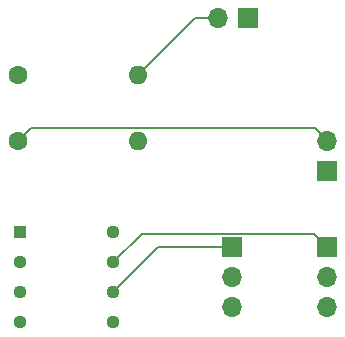
<source format=gbr>
%TF.GenerationSoftware,KiCad,Pcbnew,8.0.8*%
%TF.CreationDate,2025-02-27T22:52:23-05:00*%
%TF.ProjectId,CurrentDriverBoard,43757272-656e-4744-9472-69766572426f,rev?*%
%TF.SameCoordinates,Original*%
%TF.FileFunction,Copper,L1,Top*%
%TF.FilePolarity,Positive*%
%FSLAX46Y46*%
G04 Gerber Fmt 4.6, Leading zero omitted, Abs format (unit mm)*
G04 Created by KiCad (PCBNEW 8.0.8) date 2025-02-27 22:52:23*
%MOMM*%
%LPD*%
G01*
G04 APERTURE LIST*
%TA.AperFunction,ComponentPad*%
%ADD10R,1.700000X1.700000*%
%TD*%
%TA.AperFunction,ComponentPad*%
%ADD11O,1.700000X1.700000*%
%TD*%
%TA.AperFunction,ComponentPad*%
%ADD12C,1.600000*%
%TD*%
%TA.AperFunction,ComponentPad*%
%ADD13O,1.600000X1.600000*%
%TD*%
%TA.AperFunction,ComponentPad*%
%ADD14R,1.130000X1.130000*%
%TD*%
%TA.AperFunction,ComponentPad*%
%ADD15C,1.130000*%
%TD*%
%TA.AperFunction,Conductor*%
%ADD16C,0.200000*%
%TD*%
G04 APERTURE END LIST*
D10*
%TO.P,J1,1,Pin_1*%
%TO.N,Net-(J1-Pin_1)*%
X156000000Y-84960000D03*
D11*
%TO.P,J1,2,Pin_2*%
%TO.N,Earth*%
X156000000Y-87500000D03*
%TO.P,J1,3,Pin_3*%
%TO.N,Net-(J1-Pin_3)*%
X156000000Y-90040000D03*
%TD*%
D12*
%TO.P,R1,1*%
%TO.N,Net-(J2-Pin_1)*%
X137871200Y-70383400D03*
D13*
%TO.P,R1,2*%
%TO.N,Net-(J3-Pin_2)*%
X148031200Y-70383400D03*
%TD*%
D12*
%TO.P,R2,1*%
%TO.N,Net-(J4-Pin_2)*%
X137920000Y-76000000D03*
D13*
%TO.P,R2,2*%
%TO.N,Earth*%
X148080000Y-76000000D03*
%TD*%
D10*
%TO.P,J4,1,Pin_1*%
%TO.N,Net-(J1-Pin_3)*%
X164084000Y-78465600D03*
D11*
%TO.P,J4,2,Pin_2*%
%TO.N,Net-(J4-Pin_2)*%
X164084000Y-75925600D03*
%TD*%
D10*
%TO.P,J2,1,Pin_1*%
%TO.N,Net-(J2-Pin_1)*%
X164058600Y-84937600D03*
D11*
%TO.P,J2,2,Pin_2*%
%TO.N,unconnected-(J2-Pin_2-Pad2)*%
X164058600Y-87477600D03*
%TO.P,J2,3,Pin_3*%
%TO.N,Earth*%
X164058600Y-90017600D03*
%TD*%
D10*
%TO.P,J3,1,Pin_1*%
%TO.N,Earth*%
X157383400Y-65506600D03*
D11*
%TO.P,J3,2,Pin_2*%
%TO.N,Net-(J3-Pin_2)*%
X154843400Y-65506600D03*
%TD*%
D14*
%TO.P,U1,1,NULL*%
%TO.N,unconnected-(U1-NULL-Pad1)*%
X138030000Y-83690000D03*
D15*
%TO.P,U1,2,-*%
%TO.N,Net-(J4-Pin_2)*%
X138030000Y-86230000D03*
%TO.P,U1,3,+*%
%TO.N,Net-(J3-Pin_2)*%
X138030000Y-88770000D03*
%TO.P,U1,4,V-*%
%TO.N,unconnected-(U1-V--Pad4)*%
X138030000Y-91310000D03*
%TO.P,U1,5,NULL*%
%TO.N,unconnected-(U1-NULL-Pad5)*%
X145970000Y-91310000D03*
%TO.P,U1,6*%
%TO.N,Net-(J1-Pin_1)*%
X145970000Y-88770000D03*
%TO.P,U1,7,V+*%
%TO.N,Net-(J2-Pin_1)*%
X145970000Y-86230000D03*
%TO.P,U1,8,NC*%
%TO.N,unconnected-(U1-NC-Pad8)*%
X145970000Y-83690000D03*
%TD*%
D16*
%TO.N,Net-(J1-Pin_1)*%
X145970000Y-88770000D02*
X149780000Y-84960000D01*
X149780000Y-84960000D02*
X156000000Y-84960000D01*
%TO.N,Net-(J2-Pin_1)*%
X148391700Y-83808300D02*
X162929300Y-83808300D01*
X145970000Y-86230000D02*
X148391700Y-83808300D01*
X162929300Y-83808300D02*
X164058600Y-84937600D01*
%TO.N,Net-(J4-Pin_2)*%
X162995660Y-74900000D02*
X163027030Y-74868630D01*
X139020000Y-74900000D02*
X162995660Y-74900000D01*
X137920000Y-76000000D02*
X139020000Y-74900000D01*
X163027030Y-74868630D02*
X164084000Y-75925600D01*
%TO.N,Net-(J3-Pin_2)*%
X154843400Y-65506600D02*
X152908000Y-65506600D01*
X152908000Y-65506600D02*
X148031200Y-70383400D01*
%TD*%
M02*

</source>
